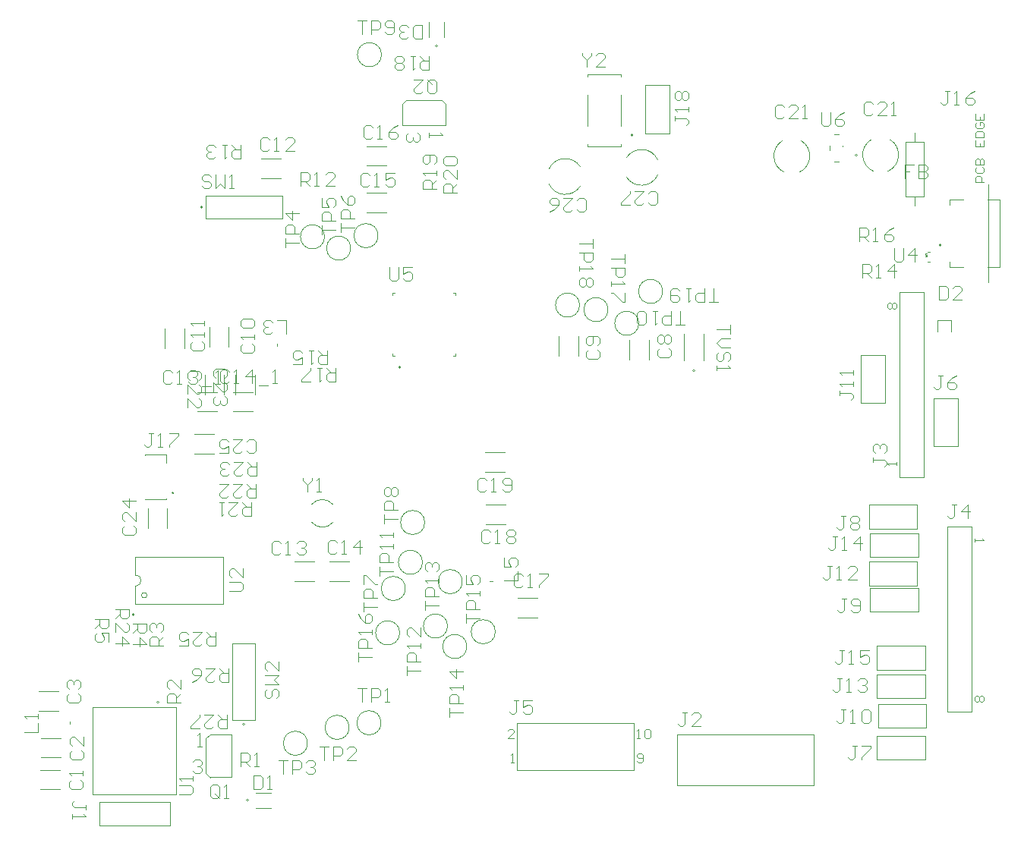
<source format=gto>
G04*
G04 #@! TF.GenerationSoftware,Altium Limited,Altium Designer,22.0.2 (36)*
G04*
G04 Layer_Color=65535*
%FSLAX25Y25*%
%MOIN*%
G70*
G04*
G04 #@! TF.SameCoordinates,5FA76A90-C183-4406-A071-8446DD7401C7*
G04*
G04*
G04 #@! TF.FilePolarity,Positive*
G04*
G01*
G75*
D10*
X717800Y471673D02*
X717133D01*
X717000Y471540D01*
Y471273D01*
X717133Y471140D01*
X717800D01*
X717000Y470474D02*
X717800D01*
X717400Y470873D01*
Y470340D01*
D12*
X744709Y458874D02*
Y502181D01*
D14*
X700975Y447504D02*
X700308Y448170D01*
Y449503D01*
X700975Y450170D01*
X701641D01*
X702308Y449503D01*
X702974Y450170D01*
X703641D01*
X704307Y449503D01*
Y448170D01*
X703641Y447504D01*
X702974D01*
X702308Y448170D01*
X701641Y447504D01*
X700975D01*
X702308Y448170D02*
Y449503D01*
X704307Y378528D02*
Y379860D01*
Y379194D01*
X700308D01*
X700975Y378528D01*
X742025Y277496D02*
X742692Y276830D01*
Y275497D01*
X742025Y274830D01*
X741359D01*
X740692Y275497D01*
X740026Y274830D01*
X739359D01*
X738693Y275497D01*
Y276830D01*
X739359Y277496D01*
X740026D01*
X740692Y276830D01*
X741359Y277496D01*
X742025D01*
X740692Y276830D02*
Y275497D01*
X738693Y346472D02*
Y345140D01*
Y345806D01*
X742692D01*
X742025Y346472D01*
X590311Y258543D02*
X591644D01*
X590977D01*
Y262542D01*
X590311Y261876D01*
X593643D02*
X594310Y262542D01*
X595643D01*
X596309Y261876D01*
Y259210D01*
X595643Y258543D01*
X594310D01*
X593643Y259210D01*
Y261876D01*
X590311Y248580D02*
X590977Y247913D01*
X592310D01*
X592977Y248580D01*
Y251246D01*
X592310Y251912D01*
X590977D01*
X590311Y251246D01*
Y250579D01*
X590977Y249913D01*
X592977D01*
X535114Y247913D02*
X536447D01*
X535781D01*
Y251912D01*
X535114Y251246D01*
X536599Y258543D02*
X533933D01*
X536599Y261209D01*
Y261876D01*
X535932Y262542D01*
X534599D01*
X533933Y261876D01*
D16*
X370209Y325500D02*
G03*
X370209Y330500I0J2500D01*
G01*
X456875Y361524D02*
G03*
X447645Y361460I-4588J-4024D01*
G01*
X447684Y353540D02*
G03*
X456914Y353476I4643J3960D01*
G01*
X599661Y512774D02*
G03*
X585860Y513732I-7161J-3274D01*
G01*
Y505268D02*
G03*
X599661Y506226I6640J4232D01*
G01*
X551839Y502226D02*
G03*
X565640Y501268I7161J3274D01*
G01*
Y509732D02*
G03*
X551839Y508774I-6640J-4232D01*
G01*
X700774Y507839D02*
G03*
X701732Y521640I-3274J7161D01*
G01*
X693268D02*
G03*
X694226Y507839I4232J-6640D01*
G01*
X661774Y507339D02*
G03*
X662732Y521140I-3274J7161D01*
G01*
X654268D02*
G03*
X655226Y507339I4232J-6640D01*
G01*
X397496Y402268D02*
X406157D01*
X397496Y410732D02*
X406157D01*
X412996D02*
X421658D01*
X412996Y402268D02*
X421658D01*
X408791Y317567D02*
Y338433D01*
X370209Y330500D02*
Y338433D01*
Y317567D02*
Y325500D01*
Y338433D02*
X408791D01*
X370209Y317567D02*
X408791D01*
X611071Y424594D02*
Y436406D01*
X619929Y424594D02*
Y436406D01*
X595732Y425169D02*
Y433831D01*
X587268Y425169D02*
Y433831D01*
X564732Y426669D02*
Y435331D01*
X556268Y426669D02*
Y435331D01*
X439996Y336232D02*
X448658D01*
X439996Y327768D02*
X448658D01*
X388177Y233933D02*
Y272516D01*
X351563D02*
X388177D01*
X351563Y233933D02*
Y272516D01*
Y233933D02*
X388177D01*
X327669Y279232D02*
X336331D01*
X327669Y270768D02*
X336331D01*
X328622Y244732D02*
X337283D01*
X328622Y236268D02*
X337283D01*
X328669Y258732D02*
X337331D01*
X328669Y250268D02*
X337331D01*
X385591Y220205D02*
Y230795D01*
X354410D02*
X385591D01*
X354410Y220205D02*
Y230795D01*
Y220205D02*
X385591D01*
X341331Y264909D02*
Y266090D01*
X525909Y327669D02*
X527091D01*
X483220Y426721D02*
X484106D01*
X509894D02*
X510779D01*
Y453394D02*
Y454280D01*
Y426721D02*
Y427606D01*
X483220Y454280D02*
X484106D01*
X509894D02*
X510779D01*
X483220Y453394D02*
Y454280D01*
Y426721D02*
Y427606D01*
X705705Y454591D02*
X716295D01*
X705705Y373410D02*
Y454591D01*
Y373410D02*
X716295D01*
Y454591D01*
X401276Y243244D02*
X403008Y241512D01*
X401276Y258756D02*
X403008Y260488D01*
Y260449D02*
X412378D01*
X403008Y241551D02*
X412378D01*
X401276Y243244D02*
Y258756D01*
X412378Y241551D02*
Y260449D01*
X412827Y266650D02*
Y300350D01*
X422827D01*
Y266650D02*
Y300350D01*
X412827Y266650D02*
X422827D01*
X695910Y259795D02*
X717091D01*
Y249205D02*
Y259795D01*
X695910Y249205D02*
X717091D01*
X695910D02*
Y259795D01*
X692410Y361295D02*
X713590D01*
Y350705D02*
Y361295D01*
X692410Y350705D02*
X713590D01*
X692410D02*
Y361295D01*
X692909Y324795D02*
X714090D01*
Y314205D02*
Y324795D01*
X692909Y314205D02*
X714090D01*
X692909D02*
Y324795D01*
X688705Y405909D02*
Y427091D01*
X699295D01*
Y405909D02*
Y427091D01*
X688705Y405909D02*
X699295D01*
X692410Y336295D02*
X713590D01*
Y325705D02*
Y336295D01*
X692410Y325705D02*
X713590D01*
X692410D02*
Y336295D01*
X696410Y273795D02*
X717591D01*
Y263205D02*
Y273795D01*
X696410Y263205D02*
X717591D01*
X696410D02*
Y273795D01*
X692909Y348795D02*
X714090D01*
Y338205D02*
Y348795D01*
X692909Y338205D02*
X714090D01*
X692909D02*
Y348795D01*
X695910Y299295D02*
X717091D01*
Y288705D02*
Y299295D01*
X695910Y288705D02*
X717091D01*
X695910D02*
Y299295D01*
Y286795D02*
X717091D01*
Y276205D02*
Y286795D01*
X695910Y276205D02*
X717091D01*
X695910D02*
Y286795D01*
X568657Y527807D02*
Y541193D01*
X583618Y527807D02*
Y541193D01*
X568657Y549461D02*
Y550248D01*
X583618D01*
Y549461D02*
Y550248D01*
X568657Y518752D02*
Y519539D01*
Y518752D02*
X583618D01*
Y519539D01*
X677016Y512016D02*
X678984D01*
X680756Y518551D02*
Y519122D01*
X677016Y523984D02*
X678984D01*
X675244Y516878D02*
Y519122D01*
X717992Y468008D02*
X719173D01*
X717992Y472339D02*
X719173D01*
X401150Y497000D02*
X434850D01*
Y487000D02*
Y497000D01*
X401150Y487000D02*
X434850D01*
X401150D02*
Y497000D01*
X487512Y537319D02*
X489244Y539051D01*
X504756D02*
X506488Y537319D01*
X506449Y527949D02*
Y537319D01*
X487551Y527949D02*
Y537319D01*
X489244Y539051D02*
X504756D01*
X487551Y527949D02*
X506449D01*
X604795Y524409D02*
Y545590D01*
X594205Y524409D02*
X604795D01*
X594205D02*
Y545590D01*
X604795D01*
X374339Y363653D02*
Y363732D01*
Y363653D02*
X383787D01*
Y364047D01*
Y379559D02*
Y383339D01*
X374339D02*
X383787D01*
X374339Y383063D02*
Y383339D01*
X727779Y465764D02*
Y467929D01*
Y465764D02*
X733685D01*
X744315D02*
X749827D01*
X744315Y495291D02*
X749827D01*
X727779D02*
X733685D01*
X727779Y493126D02*
Y495291D01*
X749827Y465764D02*
Y495291D01*
X708500Y520673D02*
X716500D01*
Y496673D02*
Y520673D01*
X708500Y496673D02*
X716500D01*
X708500D02*
Y520673D01*
X712500D02*
Y524673D01*
Y492673D02*
Y496673D01*
X505847Y566653D02*
Y573347D01*
X499154Y566653D02*
Y573347D01*
X396169Y392232D02*
X404831D01*
X396169Y383768D02*
X404831D01*
X375768Y351169D02*
Y359831D01*
X384232Y351169D02*
Y359831D01*
X414268Y409669D02*
Y418331D01*
X422732Y409669D02*
Y418331D01*
X400768Y409717D02*
Y418378D01*
X409232Y409717D02*
Y418378D01*
X523669Y375768D02*
X532331D01*
X523669Y384232D02*
X532331D01*
X524169Y352768D02*
X532831D01*
X524169Y361232D02*
X532831D01*
X538169Y320232D02*
X546831D01*
X538169Y311768D02*
X546831D01*
X471669Y510268D02*
X480331D01*
X471669Y518732D02*
X480331D01*
X471669Y489768D02*
X480331D01*
X471669Y498232D02*
X480331D01*
X455496Y327768D02*
X464157D01*
X455496Y336232D02*
X464157D01*
X425543Y513232D02*
X434205D01*
X425543Y504768D02*
X434205D01*
X391732Y430169D02*
Y438831D01*
X383268Y430169D02*
Y438831D01*
X411232Y430669D02*
Y439331D01*
X402768Y430669D02*
Y439331D01*
X432299Y430909D02*
Y432091D01*
X423153Y228153D02*
X429846D01*
X423153Y234846D02*
X429846D01*
X726705Y270409D02*
X737295D01*
Y351590D01*
X726705D02*
X737295D01*
X726705Y270409D02*
Y351590D01*
X608000Y238000D02*
X668000D01*
X608000D02*
Y260520D01*
X668000Y238000D02*
Y260520D01*
X608000D02*
X668000D01*
X537910Y244705D02*
Y265295D01*
Y244705D02*
X589090D01*
X537910Y265295D02*
X589090D01*
Y244705D02*
Y265295D01*
X722449Y442500D02*
X728551D01*
Y437500D02*
Y442500D01*
X722449Y437500D02*
Y442500D01*
X731295Y386910D02*
Y408090D01*
X720705Y386910D02*
X731295D01*
X720705D02*
Y408090D01*
X731295D01*
D18*
X386503Y419499D02*
X385503Y420499D01*
X383504D01*
X382504Y419499D01*
Y415500D01*
X383504Y414501D01*
X385503D01*
X386503Y415500D01*
X388502Y414501D02*
X390501D01*
X389502D01*
Y420499D01*
X388502Y419499D01*
X393500D02*
X394500Y420499D01*
X396499D01*
X397499Y419499D01*
Y418500D01*
X396499Y417500D01*
X395500D01*
X396499D01*
X397499Y416500D01*
Y415500D01*
X396499Y414501D01*
X394500D01*
X393500Y415500D01*
X399499Y413501D02*
X403497D01*
X405497Y414501D02*
X407496D01*
X406496D01*
Y420499D01*
X405497Y419499D01*
X411400Y419598D02*
X410401Y420598D01*
X408401D01*
X407402Y419598D01*
Y415599D01*
X408401Y414600D01*
X410401D01*
X411400Y415599D01*
X413400Y414600D02*
X415399D01*
X414399D01*
Y420598D01*
X413400Y419598D01*
X421397Y414600D02*
Y420598D01*
X418398Y417599D01*
X422397D01*
X424396Y413600D02*
X428395D01*
X430394Y414600D02*
X432394D01*
X431394D01*
Y420598D01*
X430394Y419598D01*
X566600Y559698D02*
Y558698D01*
X568599Y556699D01*
X570599Y558698D01*
Y559698D01*
X568599Y556699D02*
Y553700D01*
X576597D02*
X572598D01*
X576597Y557699D01*
Y558698D01*
X575597Y559698D01*
X573598D01*
X572598Y558698D01*
X443800Y372998D02*
Y371998D01*
X445799Y369999D01*
X447799Y371998D01*
Y372998D01*
X445799Y369999D02*
Y367000D01*
X449798D02*
X451797D01*
X450798D01*
Y372998D01*
X449798Y371998D01*
X671600Y533798D02*
Y528800D01*
X672600Y527800D01*
X674599D01*
X675599Y528800D01*
Y533798D01*
X681597D02*
X679597Y532798D01*
X677598Y530799D01*
Y528800D01*
X678598Y527800D01*
X680597D01*
X681597Y528800D01*
Y529799D01*
X680597Y530799D01*
X677598D01*
X481800Y465698D02*
Y460700D01*
X482800Y459700D01*
X484799D01*
X485799Y460700D01*
Y465698D01*
X491797D02*
X487798D01*
Y462699D01*
X489797Y463699D01*
X490797D01*
X491797Y462699D01*
Y460700D01*
X490797Y459700D01*
X488798D01*
X487798Y460700D01*
X703502Y474172D02*
Y469174D01*
X704501Y468174D01*
X706501D01*
X707500Y469174D01*
Y474172D01*
X712499Y468174D02*
Y474172D01*
X709500Y471173D01*
X713498D01*
X411501Y323502D02*
X416499D01*
X417499Y324501D01*
Y326501D01*
X416499Y327500D01*
X411501D01*
X417499Y333498D02*
Y329500D01*
X413500Y333498D01*
X412501D01*
X411501Y332499D01*
Y330499D01*
X412501Y329500D01*
X389501Y234001D02*
X394499D01*
X395499Y235001D01*
Y237000D01*
X394499Y238000D01*
X389501D01*
X395499Y239999D02*
Y241999D01*
Y240999D01*
X389501D01*
X390501Y239999D01*
X631499Y440497D02*
Y436498D01*
Y438497D01*
X625501D01*
X631499Y434499D02*
X627500D01*
X625501Y432499D01*
X627500Y430500D01*
X631499D01*
X630499Y424502D02*
X631499Y425502D01*
Y427501D01*
X630499Y428501D01*
X629500D01*
X628500Y427501D01*
Y425502D01*
X627500Y424502D01*
X626501D01*
X625501Y425502D01*
Y427501D01*
X626501Y428501D01*
X625501Y422503D02*
Y420503D01*
Y421503D01*
X631499D01*
X630499Y422503D01*
X625997Y450501D02*
X621998D01*
X623997D01*
Y456499D01*
X619999D02*
Y450501D01*
X616999D01*
X616000Y451501D01*
Y453500D01*
X616999Y454500D01*
X619999D01*
X614001Y456499D02*
X612001D01*
X613001D01*
Y450501D01*
X614001Y451501D01*
X609002Y455499D02*
X608002Y456499D01*
X606003D01*
X605003Y455499D01*
Y451501D01*
X606003Y450501D01*
X608002D01*
X609002Y451501D01*
Y452500D01*
X608002Y453500D01*
X605003D01*
X570999Y477997D02*
Y473998D01*
Y475997D01*
X565001D01*
Y471999D02*
X570999D01*
Y468999D01*
X569999Y468000D01*
X568000D01*
X567000Y468999D01*
Y471999D01*
X565001Y466001D02*
Y464001D01*
Y465001D01*
X570999D01*
X569999Y466001D01*
Y461002D02*
X570999Y460002D01*
Y458003D01*
X569999Y457003D01*
X569000D01*
X568000Y458003D01*
X567000Y457003D01*
X566001D01*
X565001Y458003D01*
Y460002D01*
X566001Y461002D01*
X567000D01*
X568000Y460002D01*
X569000Y461002D01*
X569999D01*
X568000Y460002D02*
Y458003D01*
X584999Y471497D02*
Y467498D01*
Y469497D01*
X579001D01*
Y465498D02*
X584999D01*
Y462500D01*
X583999Y461500D01*
X582000D01*
X581000Y462500D01*
Y465498D01*
X579001Y459501D02*
Y457501D01*
Y458501D01*
X584999D01*
X583999Y459501D01*
X584999Y454502D02*
Y450503D01*
X583999D01*
X580001Y454502D01*
X579001D01*
X468001Y292503D02*
Y296502D01*
Y294503D01*
X473999D01*
Y298501D02*
X468001D01*
Y301501D01*
X469001Y302500D01*
X471000D01*
X472000Y301501D01*
Y298501D01*
X473999Y304500D02*
Y306499D01*
Y305499D01*
X468001D01*
X469001Y304500D01*
X468001Y313497D02*
X469001Y311497D01*
X471000Y309498D01*
X472999D01*
X473999Y310498D01*
Y312497D01*
X472999Y313497D01*
X472000D01*
X471000Y312497D01*
Y309498D01*
X515501Y309503D02*
Y313502D01*
Y311503D01*
X521499D01*
Y315501D02*
X515501D01*
Y318500D01*
X516501Y319500D01*
X518500D01*
X519500Y318500D01*
Y315501D01*
X521499Y321499D02*
Y323499D01*
Y322499D01*
X515501D01*
X516501Y321499D01*
X515501Y330497D02*
Y326498D01*
X518500D01*
X517500Y328497D01*
Y329497D01*
X518500Y330497D01*
X520499D01*
X521499Y329497D01*
Y327498D01*
X520499Y326498D01*
X508001Y268003D02*
Y272002D01*
Y270003D01*
X513999D01*
Y274002D02*
X508001D01*
Y277000D01*
X509001Y278000D01*
X511000D01*
X512000Y277000D01*
Y274002D01*
X513999Y279999D02*
Y281999D01*
Y280999D01*
X508001D01*
X509001Y279999D01*
X513999Y287997D02*
X508001D01*
X511000Y284998D01*
Y288997D01*
X497410Y314950D02*
Y318949D01*
Y316950D01*
X503408D01*
Y320949D02*
X497410D01*
Y323948D01*
X498410Y324947D01*
X500410D01*
X501409Y323948D01*
Y320949D01*
X503408Y326946D02*
Y328946D01*
Y327946D01*
X497410D01*
X498410Y326946D01*
Y331945D02*
X497410Y332945D01*
Y334944D01*
X498410Y335944D01*
X499410D01*
X500410Y334944D01*
Y333944D01*
Y334944D01*
X501409Y335944D01*
X502409D01*
X503408Y334944D01*
Y332945D01*
X502409Y331945D01*
X489501Y286503D02*
Y290502D01*
Y288503D01*
X495499D01*
Y292501D02*
X489501D01*
Y295500D01*
X490501Y296500D01*
X492500D01*
X493500Y295500D01*
Y292501D01*
X495499Y298499D02*
Y300499D01*
Y299499D01*
X489501D01*
X490501Y298499D01*
X495499Y307497D02*
Y303498D01*
X491500Y307497D01*
X490501D01*
X489501Y306497D01*
Y304498D01*
X490501Y303498D01*
X477501Y330003D02*
Y334002D01*
Y332002D01*
X483499D01*
Y336001D02*
X477501D01*
Y339000D01*
X478501Y340000D01*
X480500D01*
X481500Y339000D01*
Y336001D01*
X483499Y341999D02*
Y343999D01*
Y342999D01*
X477501D01*
X478501Y341999D01*
X483499Y346998D02*
Y348997D01*
Y347997D01*
X477501D01*
X478501Y346998D01*
X611497Y440501D02*
X607498D01*
X609497D01*
Y446499D01*
X605499D02*
Y440501D01*
X602499D01*
X601500Y441501D01*
Y443500D01*
X602499Y444500D01*
X605499D01*
X599501Y446499D02*
X597501D01*
X598501D01*
Y440501D01*
X599501Y441501D01*
X594502D02*
X593502Y440501D01*
X591503D01*
X590503Y441501D01*
Y445499D01*
X591503Y446499D01*
X593502D01*
X594502Y445499D01*
Y441501D01*
X467900Y574098D02*
X471899D01*
X469899D01*
Y568100D01*
X473898D02*
Y574098D01*
X476897D01*
X477897Y573098D01*
Y571099D01*
X476897Y570099D01*
X473898D01*
X479896Y569100D02*
X480896Y568100D01*
X482895D01*
X483895Y569100D01*
Y573098D01*
X482895Y574098D01*
X480896D01*
X479896Y573098D01*
Y572099D01*
X480896Y571099D01*
X483895D01*
X479501Y353003D02*
Y357001D01*
Y355002D01*
X485499D01*
Y359001D02*
X479501D01*
Y362000D01*
X480501Y362999D01*
X482500D01*
X483500Y362000D01*
Y359001D01*
X480501Y364999D02*
X479501Y365998D01*
Y367998D01*
X480501Y368997D01*
X481500D01*
X482500Y367998D01*
X483500Y368997D01*
X484499D01*
X485499Y367998D01*
Y365998D01*
X484499Y364999D01*
X483500D01*
X482500Y365998D01*
X481500Y364999D01*
X480501D01*
X482500Y365998D02*
Y367998D01*
X470501Y314503D02*
Y318501D01*
Y316502D01*
X476499D01*
Y320501D02*
X470501D01*
Y323500D01*
X471501Y324499D01*
X473500D01*
X474500Y323500D01*
Y320501D01*
X470501Y326499D02*
Y330497D01*
X471501D01*
X475499Y326499D01*
X476499D01*
X460501Y481003D02*
Y485001D01*
Y483002D01*
X466499D01*
Y487001D02*
X460501D01*
Y490000D01*
X461501Y490999D01*
X463500D01*
X464500Y490000D01*
Y487001D01*
X460501Y496997D02*
X461501Y494998D01*
X463500Y492999D01*
X465499D01*
X466499Y493998D01*
Y495998D01*
X465499Y496997D01*
X464500D01*
X463500Y495998D01*
Y492999D01*
X452001Y480003D02*
Y484001D01*
Y482002D01*
X457999D01*
Y486001D02*
X452001D01*
Y489000D01*
X453001Y489999D01*
X455000D01*
X456000Y489000D01*
Y486001D01*
X452001Y495997D02*
Y491999D01*
X455000D01*
X454000Y493998D01*
Y494998D01*
X455000Y495997D01*
X456999D01*
X457999Y494998D01*
Y492998D01*
X456999Y491999D01*
X436001Y474503D02*
Y478501D01*
Y476502D01*
X441999D01*
Y480501D02*
X436001D01*
Y483500D01*
X437001Y484499D01*
X439000D01*
X440000Y483500D01*
Y480501D01*
X441999Y489498D02*
X436001D01*
X439000Y486499D01*
Y490497D01*
X433176Y248999D02*
X437175D01*
X435175D01*
Y243001D01*
X439174D02*
Y248999D01*
X442173D01*
X443173Y247999D01*
Y246000D01*
X442173Y245000D01*
X439174D01*
X445172Y247999D02*
X446172Y248999D01*
X448171D01*
X449171Y247999D01*
Y247000D01*
X448171Y246000D01*
X447171D01*
X448171D01*
X449171Y245000D01*
Y244001D01*
X448171Y243001D01*
X446172D01*
X445172Y244001D01*
X451003Y254999D02*
X455001D01*
X453002D01*
Y249001D01*
X457001D02*
Y254999D01*
X460000D01*
X460999Y253999D01*
Y252000D01*
X460000Y251000D01*
X457001D01*
X466997Y249001D02*
X462999D01*
X466997Y253000D01*
Y253999D01*
X465998Y254999D01*
X463998D01*
X462999Y253999D01*
X467700Y280598D02*
X471699D01*
X469699D01*
Y274600D01*
X473698D02*
Y280598D01*
X476697D01*
X477697Y279598D01*
Y277599D01*
X476697Y276599D01*
X473698D01*
X479696Y274600D02*
X481696D01*
X480696D01*
Y280598D01*
X479696Y279598D01*
X428001Y280501D02*
X427001Y279502D01*
Y277502D01*
X428001Y276503D01*
X429000D01*
X430000Y277502D01*
Y279502D01*
X431000Y280501D01*
X431999D01*
X432999Y279502D01*
Y277502D01*
X431999Y276503D01*
X427001Y282501D02*
X432999D01*
X431000Y284500D01*
X432999Y286499D01*
X427001D01*
X432999Y292497D02*
Y288499D01*
X429000Y292497D01*
X428001D01*
X427001Y291498D01*
Y289498D01*
X428001Y288499D01*
X403299Y505398D02*
X402299Y506398D01*
X400300D01*
X399300Y505398D01*
Y504399D01*
X400300Y503399D01*
X402299D01*
X403299Y502399D01*
Y501400D01*
X402299Y500400D01*
X400300D01*
X399300Y501400D01*
X405298Y506398D02*
Y500400D01*
X407297Y502399D01*
X409297Y500400D01*
Y506398D01*
X411296Y500400D02*
X413296D01*
X412296D01*
Y506398D01*
X411296Y505398D01*
X410497Y268999D02*
Y263001D01*
X407498D01*
X406499Y264001D01*
Y266000D01*
X407498Y267000D01*
X410497D01*
X408498D02*
X406499Y268999D01*
X400501D02*
X404499D01*
X400501Y265000D01*
Y264001D01*
X401500Y263001D01*
X403500D01*
X404499Y264001D01*
X398501Y263001D02*
X394503D01*
Y264001D01*
X398501Y267999D01*
Y268999D01*
X410997Y289499D02*
Y283501D01*
X407998D01*
X406999Y284501D01*
Y286500D01*
X407998Y287500D01*
X410997D01*
X408998D02*
X406999Y289499D01*
X401001D02*
X404999D01*
X401001Y285500D01*
Y284501D01*
X402000Y283501D01*
X404000D01*
X404999Y284501D01*
X395003Y283501D02*
X397002Y284501D01*
X399001Y286500D01*
Y288499D01*
X398002Y289499D01*
X396002D01*
X395003Y288499D01*
Y287500D01*
X396002Y286500D01*
X399001D01*
X405497Y305499D02*
Y299501D01*
X402498D01*
X401499Y300501D01*
Y302500D01*
X402498Y303500D01*
X405497D01*
X403498D02*
X401499Y305499D01*
X395501D02*
X399499D01*
X395501Y301500D01*
Y300501D01*
X396500Y299501D01*
X398500D01*
X399499Y300501D01*
X389503Y299501D02*
X393501D01*
Y302500D01*
X391502Y301500D01*
X390502D01*
X389503Y302500D01*
Y304499D01*
X390502Y305499D01*
X392502D01*
X393501Y304499D01*
X361501Y315497D02*
X367499D01*
Y312498D01*
X366499Y311499D01*
X364500D01*
X363500Y312498D01*
Y315497D01*
Y313498D02*
X361501Y311499D01*
Y305501D02*
Y309499D01*
X365500Y305501D01*
X366499D01*
X367499Y306500D01*
Y308500D01*
X366499Y309499D01*
X361501Y300502D02*
X367499D01*
X364500Y303501D01*
Y299503D01*
X423497Y379999D02*
Y374001D01*
X420498D01*
X419499Y375001D01*
Y377000D01*
X420498Y378000D01*
X423497D01*
X421498D02*
X419499Y379999D01*
X413501D02*
X417499D01*
X413501Y376000D01*
Y375001D01*
X414500Y374001D01*
X416500D01*
X417499Y375001D01*
X411501D02*
X410502Y374001D01*
X408502D01*
X407503Y375001D01*
Y376000D01*
X408502Y377000D01*
X409502D01*
X408502D01*
X407503Y378000D01*
Y378999D01*
X408502Y379999D01*
X410502D01*
X411501Y378999D01*
X422997Y370499D02*
Y364501D01*
X419998D01*
X418999Y365501D01*
Y367500D01*
X419998Y368500D01*
X422997D01*
X420998D02*
X418999Y370499D01*
X413001D02*
X416999D01*
X413001Y366500D01*
Y365501D01*
X414000Y364501D01*
X416000D01*
X416999Y365501D01*
X407003Y370499D02*
X411001D01*
X407003Y366500D01*
Y365501D01*
X408002Y364501D01*
X410002D01*
X411001Y365501D01*
X420998Y362326D02*
Y356328D01*
X417999D01*
X416999Y357327D01*
Y359327D01*
X417999Y360327D01*
X420998D01*
X418998D02*
X416999Y362326D01*
X411001D02*
X415000D01*
X411001Y358327D01*
Y357327D01*
X412001Y356328D01*
X414000D01*
X415000Y357327D01*
X409002Y362326D02*
X407002D01*
X408002D01*
Y356328D01*
X409002Y357327D01*
X511499Y498503D02*
X505501D01*
Y501502D01*
X506501Y502501D01*
X508500D01*
X509500Y501502D01*
Y498503D01*
Y500502D02*
X511499Y502501D01*
Y508499D02*
Y504501D01*
X507500Y508499D01*
X506501D01*
X505501Y507500D01*
Y505500D01*
X506501Y504501D01*
Y510499D02*
X505501Y511498D01*
Y513498D01*
X506501Y514497D01*
X510499D01*
X511499Y513498D01*
Y511498D01*
X510499Y510499D01*
X506501D01*
X502499Y500002D02*
X496501D01*
Y503001D01*
X497501Y504001D01*
X499500D01*
X500500Y503001D01*
Y500002D01*
Y502002D02*
X502499Y504001D01*
Y506001D02*
Y508000D01*
Y507000D01*
X496501D01*
X497501Y506001D01*
X501499Y510999D02*
X502499Y511999D01*
Y513998D01*
X501499Y514998D01*
X497501D01*
X496501Y513998D01*
Y511999D01*
X497501Y510999D01*
X498500D01*
X499500Y511999D01*
Y514998D01*
X498998Y558499D02*
Y552501D01*
X495998D01*
X494999Y553501D01*
Y555500D01*
X495998Y556500D01*
X498998D01*
X496998D02*
X494999Y558499D01*
X493000D02*
X491000D01*
X492000D01*
Y552501D01*
X493000Y553501D01*
X488001D02*
X487002Y552501D01*
X485002D01*
X484002Y553501D01*
Y554500D01*
X485002Y555500D01*
X484002Y556500D01*
Y557499D01*
X485002Y558499D01*
X487002D01*
X488001Y557499D01*
Y556500D01*
X487002Y555500D01*
X488001Y554500D01*
Y553501D01*
X487002Y555500D02*
X485002D01*
X457998Y421499D02*
Y415501D01*
X454998D01*
X453999Y416501D01*
Y418500D01*
X454998Y419500D01*
X457998D01*
X455998D02*
X453999Y421499D01*
X452000D02*
X450000D01*
X451000D01*
Y415501D01*
X452000Y416501D01*
X447001Y415501D02*
X443002D01*
Y416501D01*
X447001Y420499D01*
Y421499D01*
X688002Y477174D02*
Y483172D01*
X691002D01*
X692001Y482173D01*
Y480173D01*
X691002Y479174D01*
X688002D01*
X690002D02*
X692001Y477174D01*
X694000D02*
X696000D01*
X695000D01*
Y483172D01*
X694000Y482173D01*
X702998Y483172D02*
X700998Y482173D01*
X698999Y480173D01*
Y478174D01*
X699999Y477174D01*
X701998D01*
X702998Y478174D01*
Y479174D01*
X701998Y480173D01*
X698999D01*
X454498Y428999D02*
Y423001D01*
X451499D01*
X450499Y424001D01*
Y426000D01*
X451499Y427000D01*
X454498D01*
X452498D02*
X450499Y428999D01*
X448499D02*
X446500D01*
X447500D01*
Y423001D01*
X448499Y424001D01*
X439502Y423001D02*
X443501D01*
Y426000D01*
X441502Y425000D01*
X440502D01*
X439502Y426000D01*
Y427999D01*
X440502Y428999D01*
X442501D01*
X443501Y427999D01*
X689502Y461174D02*
Y467172D01*
X692501D01*
X693501Y466173D01*
Y464173D01*
X692501Y463173D01*
X689502D01*
X691502D02*
X693501Y461174D01*
X695501D02*
X697500D01*
X696500D01*
Y467172D01*
X695501Y466173D01*
X703498Y461174D02*
Y467172D01*
X700499Y464173D01*
X704498D01*
X416498Y519499D02*
Y513501D01*
X413498D01*
X412499Y514501D01*
Y516500D01*
X413498Y517500D01*
X416498D01*
X414498D02*
X412499Y519499D01*
X410499D02*
X408500D01*
X409500D01*
Y513501D01*
X410499Y514501D01*
X405501D02*
X404501Y513501D01*
X402502D01*
X401502Y514501D01*
Y515500D01*
X402502Y516500D01*
X403502D01*
X402502D01*
X401502Y517500D01*
Y518499D01*
X402502Y519499D01*
X404501D01*
X405501Y518499D01*
X442700Y501400D02*
Y507398D01*
X445699D01*
X446699Y506398D01*
Y504399D01*
X445699Y503399D01*
X442700D01*
X444699D02*
X446699Y501400D01*
X448698D02*
X450697D01*
X449698D01*
Y507398D01*
X448698Y506398D01*
X457695Y501400D02*
X453696D01*
X457695Y505399D01*
Y506398D01*
X456696Y507398D01*
X454696D01*
X453696Y506398D01*
X352501Y310998D02*
X358499D01*
Y307999D01*
X357499Y307000D01*
X355500D01*
X354500Y307999D01*
Y310998D01*
Y308999D02*
X352501Y307000D01*
X358499Y301002D02*
Y305000D01*
X355500D01*
X356500Y303001D01*
Y302001D01*
X355500Y301002D01*
X353501D01*
X352501Y302001D01*
Y304001D01*
X353501Y305000D01*
X369001Y308998D02*
X374999D01*
Y305999D01*
X373999Y305000D01*
X372000D01*
X371000Y305999D01*
Y308998D01*
Y306999D02*
X369001Y305000D01*
Y300001D02*
X374999D01*
X372000Y303000D01*
Y299002D01*
X382499Y299502D02*
X376501D01*
Y302501D01*
X377501Y303500D01*
X379500D01*
X380500Y302501D01*
Y299502D01*
Y301501D02*
X382499Y303500D01*
X377501Y305500D02*
X376501Y306499D01*
Y308499D01*
X377501Y309498D01*
X378500D01*
X379500Y308499D01*
Y307499D01*
Y308499D01*
X380500Y309498D01*
X381499D01*
X382499Y308499D01*
Y306499D01*
X381499Y305500D01*
X389999Y274502D02*
X384001D01*
Y277501D01*
X385001Y278500D01*
X387000D01*
X388000Y277501D01*
Y274502D01*
Y276501D02*
X389999Y278500D01*
Y284498D02*
Y280500D01*
X386000Y284498D01*
X385001D01*
X384001Y283499D01*
Y281499D01*
X385001Y280500D01*
X416501Y246501D02*
Y252499D01*
X419500D01*
X420500Y251499D01*
Y249500D01*
X419500Y248500D01*
X416501D01*
X418501D02*
X420500Y246501D01*
X422499D02*
X424499D01*
X423499D01*
Y252499D01*
X422499Y251499D01*
X498500Y546999D02*
Y543001D01*
X499499Y542001D01*
X501499D01*
X502498Y543001D01*
Y546999D01*
X501499Y547999D01*
X499499D01*
X500499Y546000D02*
X498500Y547999D01*
X499499D02*
X498500Y546999D01*
X492502Y547999D02*
X496500D01*
X492502Y544000D01*
Y543001D01*
X493501Y542001D01*
X495501D01*
X496500Y543001D01*
X407000Y233501D02*
Y237499D01*
X406000Y238499D01*
X404001D01*
X403001Y237499D01*
Y233501D01*
X404001Y232501D01*
X406000D01*
X405001Y234500D02*
X407000Y232501D01*
X406000D02*
X407000Y233501D01*
X408999Y232501D02*
X410999D01*
X409999D01*
Y238499D01*
X408999Y237499D01*
X532001Y328002D02*
X537999D01*
Y332000D01*
X532001Y337998D02*
Y334000D01*
X535000D01*
X534000Y335999D01*
Y336999D01*
X535000Y337998D01*
X536999D01*
X537999Y336999D01*
Y334999D01*
X536999Y334000D01*
X321501Y261501D02*
X327499D01*
Y265500D01*
Y267499D02*
Y269499D01*
Y268499D01*
X321501D01*
X322501Y267499D01*
X607001Y532001D02*
Y530002D01*
Y531002D01*
X611999D01*
X612999Y530002D01*
Y529002D01*
X611999Y528002D01*
X612999Y534000D02*
Y536000D01*
Y535000D01*
X607001D01*
X608001Y534000D01*
Y538999D02*
X607001Y539998D01*
Y541998D01*
X608001Y542998D01*
X609000D01*
X610000Y541998D01*
X611000Y542998D01*
X611999D01*
X612999Y541998D01*
Y539998D01*
X611999Y538999D01*
X611000D01*
X610000Y539998D01*
X609000Y538999D01*
X608001D01*
X610000Y539998D02*
Y541998D01*
X378099Y392698D02*
X376099D01*
X377099D01*
Y387700D01*
X376099Y386700D01*
X375100D01*
X374100Y387700D01*
X380098Y386700D02*
X382097D01*
X381098D01*
Y392698D01*
X380098Y391698D01*
X385096Y392698D02*
X389095D01*
Y391698D01*
X385096Y387700D01*
Y386700D01*
X727699Y543098D02*
X725699D01*
X726699D01*
Y538100D01*
X725699Y537100D01*
X724700D01*
X723700Y538100D01*
X729698Y537100D02*
X731697D01*
X730698D01*
Y543098D01*
X729698Y542098D01*
X738695Y543098D02*
X736696Y542098D01*
X734696Y540099D01*
Y538100D01*
X735696Y537100D01*
X737696D01*
X738695Y538100D01*
Y539099D01*
X737696Y540099D01*
X734696D01*
X681501Y297499D02*
X679502D01*
X680502D01*
Y292501D01*
X679502Y291501D01*
X678502D01*
X677502Y292501D01*
X683500Y291501D02*
X685500D01*
X684500D01*
Y297499D01*
X683500Y296499D01*
X692498Y297499D02*
X688499D01*
Y294500D01*
X690498Y295500D01*
X691498D01*
X692498Y294500D01*
Y292501D01*
X691498Y291501D01*
X689499D01*
X688499Y292501D01*
X678501Y347499D02*
X676502D01*
X677501D01*
Y342501D01*
X676502Y341501D01*
X675502D01*
X674502Y342501D01*
X680501Y341501D02*
X682500D01*
X681500D01*
Y347499D01*
X680501Y346499D01*
X688498Y341501D02*
Y347499D01*
X685499Y344500D01*
X689498D01*
X680501Y284999D02*
X678502D01*
X679501D01*
Y280001D01*
X678502Y279001D01*
X677502D01*
X676502Y280001D01*
X682501Y279001D02*
X684500D01*
X683500D01*
Y284999D01*
X682501Y283999D01*
X687499D02*
X688498Y284999D01*
X690498D01*
X691498Y283999D01*
Y283000D01*
X690498Y282000D01*
X689498D01*
X690498D01*
X691498Y281000D01*
Y280001D01*
X690498Y279001D01*
X688498D01*
X687499Y280001D01*
X676001Y334499D02*
X674002D01*
X675001D01*
Y329501D01*
X674002Y328501D01*
X673002D01*
X672002Y329501D01*
X678000Y328501D02*
X680000D01*
X679000D01*
Y334499D01*
X678000Y333499D01*
X686998Y328501D02*
X682999D01*
X686998Y332500D01*
Y333499D01*
X685998Y334499D01*
X683998D01*
X682999Y333499D01*
X679501Y411501D02*
Y409502D01*
Y410501D01*
X684499D01*
X685499Y409502D01*
Y408502D01*
X684499Y407502D01*
X685499Y413500D02*
Y415499D01*
Y414500D01*
X679501D01*
X680501Y413500D01*
X685499Y418499D02*
Y420498D01*
Y419498D01*
X679501D01*
X680501Y418499D01*
X682001Y271499D02*
X680002D01*
X681002D01*
Y266501D01*
X680002Y265501D01*
X679002D01*
X678002Y266501D01*
X684000Y265501D02*
X686000D01*
X685000D01*
Y271499D01*
X684000Y270499D01*
X688999D02*
X689998Y271499D01*
X691998D01*
X692998Y270499D01*
Y266501D01*
X691998Y265501D01*
X689998D01*
X688999Y266501D01*
Y270499D01*
X682500Y319999D02*
X680501D01*
X681501D01*
Y315001D01*
X680501Y314001D01*
X679501D01*
X678502Y315001D01*
X684500D02*
X685499Y314001D01*
X687499D01*
X688498Y315001D01*
Y318999D01*
X687499Y319999D01*
X685499D01*
X684500Y318999D01*
Y318000D01*
X685499Y317000D01*
X688498D01*
X682000Y356499D02*
X680001D01*
X681001D01*
Y351501D01*
X680001Y350501D01*
X679001D01*
X678002Y351501D01*
X684000Y355499D02*
X684999Y356499D01*
X686999D01*
X687998Y355499D01*
Y354500D01*
X686999Y353500D01*
X687998Y352500D01*
Y351501D01*
X686999Y350501D01*
X684999D01*
X684000Y351501D01*
Y352500D01*
X684999Y353500D01*
X684000Y354500D01*
Y355499D01*
X684999Y353500D02*
X686999D01*
X687000Y255499D02*
X685001D01*
X686001D01*
Y250501D01*
X685001Y249501D01*
X684001D01*
X683002Y250501D01*
X689000Y255499D02*
X692998D01*
Y254499D01*
X689000Y250501D01*
Y249501D01*
X724799Y417998D02*
X722799D01*
X723799D01*
Y413000D01*
X722799Y412000D01*
X721800D01*
X720800Y413000D01*
X730797Y417998D02*
X728797Y416998D01*
X726798Y414999D01*
Y413000D01*
X727798Y412000D01*
X729797D01*
X730797Y413000D01*
Y413999D01*
X729797Y414999D01*
X726798D01*
X538299Y275198D02*
X536299D01*
X537299D01*
Y270200D01*
X536299Y269200D01*
X535300D01*
X534300Y270200D01*
X544297Y275198D02*
X540298D01*
Y272199D01*
X542297Y273199D01*
X543297D01*
X544297Y272199D01*
Y270200D01*
X543297Y269200D01*
X541298D01*
X540298Y270200D01*
X730799Y361498D02*
X728799D01*
X729799D01*
Y356500D01*
X728799Y355500D01*
X727800D01*
X726800Y356500D01*
X735797Y355500D02*
Y361498D01*
X732798Y358499D01*
X736797D01*
X694001Y382000D02*
Y380001D01*
Y381001D01*
X698999D01*
X699999Y380001D01*
Y379001D01*
X698999Y378002D01*
X695001Y384000D02*
X694001Y384999D01*
Y386999D01*
X695001Y387998D01*
X696000D01*
X697000Y386999D01*
Y385999D01*
Y386999D01*
X698000Y387998D01*
X698999D01*
X699999Y386999D01*
Y384999D01*
X698999Y384000D01*
X612499Y269998D02*
X610499D01*
X611499D01*
Y265000D01*
X610499Y264000D01*
X609500D01*
X608500Y265000D01*
X618497Y264000D02*
X614498D01*
X618497Y267999D01*
Y268998D01*
X617497Y269998D01*
X615498D01*
X614498Y268998D01*
X348499Y227500D02*
Y229499D01*
Y228500D01*
X343501D01*
X342501Y229499D01*
Y230499D01*
X343501Y231499D01*
X342501Y225501D02*
Y223501D01*
Y224501D01*
X348499D01*
X347499Y225501D01*
X712000Y510672D02*
X708002D01*
Y507673D01*
X710001D01*
X708002D01*
Y504674D01*
X714000Y510672D02*
Y504674D01*
X716999D01*
X717998Y505674D01*
Y506673D01*
X716999Y507673D01*
X714000D01*
X716999D01*
X717998Y508673D01*
Y509673D01*
X716999Y510672D01*
X714000D01*
X495998Y566001D02*
Y571999D01*
X492999D01*
X492000Y570999D01*
Y567001D01*
X492999Y566001D01*
X495998D01*
X490000Y567001D02*
X489001Y566001D01*
X487001D01*
X486002Y567001D01*
Y568000D01*
X487001Y569000D01*
X488001D01*
X487001D01*
X486002Y570000D01*
Y570999D01*
X487001Y571999D01*
X489001D01*
X490000Y570999D01*
X723000Y457498D02*
Y451500D01*
X725999D01*
X726999Y452500D01*
Y456498D01*
X725999Y457498D01*
X723000D01*
X732997Y451500D02*
X728998D01*
X732997Y455499D01*
Y456498D01*
X731997Y457498D01*
X729998D01*
X728998Y456498D01*
X422127Y242499D02*
Y236501D01*
X425126D01*
X426126Y237501D01*
Y241499D01*
X425126Y242499D01*
X422127D01*
X428125Y236501D02*
X430125D01*
X429125D01*
Y242499D01*
X428125Y241499D01*
X595499Y494001D02*
X596498Y493001D01*
X598498D01*
X599497Y494001D01*
Y497999D01*
X598498Y498999D01*
X596498D01*
X595499Y497999D01*
X589501Y498999D02*
X593499D01*
X589501Y495000D01*
Y494001D01*
X590500Y493001D01*
X592500D01*
X593499Y494001D01*
X587501Y493001D02*
X583503D01*
Y494001D01*
X587501Y497999D01*
Y498999D01*
X563999Y491001D02*
X564998Y490001D01*
X566998D01*
X567997Y491001D01*
Y494999D01*
X566998Y495999D01*
X564998D01*
X563999Y494999D01*
X558001Y495999D02*
X561999D01*
X558001Y492000D01*
Y491001D01*
X559000Y490001D01*
X561000D01*
X561999Y491001D01*
X552003Y490001D02*
X554002Y491001D01*
X556001Y493000D01*
Y494999D01*
X555002Y495999D01*
X553002D01*
X552003Y494999D01*
Y494000D01*
X553002Y493000D01*
X556001D01*
X418999Y385001D02*
X419998Y384001D01*
X421998D01*
X422997Y385001D01*
Y388999D01*
X421998Y389999D01*
X419998D01*
X418999Y388999D01*
X413001Y389999D02*
X416999D01*
X413001Y386000D01*
Y385001D01*
X414000Y384001D01*
X416000D01*
X416999Y385001D01*
X407003Y384001D02*
X411001D01*
Y387000D01*
X409002Y386000D01*
X408002D01*
X407003Y387000D01*
Y388999D01*
X408002Y389999D01*
X410002D01*
X411001Y388999D01*
X365501Y352001D02*
X364501Y351002D01*
Y349002D01*
X365501Y348003D01*
X369499D01*
X370499Y349002D01*
Y351002D01*
X369499Y352001D01*
X370499Y357999D02*
Y354001D01*
X366500Y357999D01*
X365501D01*
X364501Y357000D01*
Y355000D01*
X365501Y354001D01*
X370499Y362998D02*
X364501D01*
X367500Y359999D01*
Y363997D01*
X409499Y417046D02*
X410499Y418046D01*
Y420045D01*
X409499Y421045D01*
X405501D01*
X404501Y420045D01*
Y418046D01*
X405501Y417046D01*
X404501Y411048D02*
Y415047D01*
X408500Y411048D01*
X409499D01*
X410499Y412048D01*
Y414047D01*
X409499Y415047D01*
Y409049D02*
X410499Y408049D01*
Y406049D01*
X409499Y405050D01*
X408500D01*
X407500Y406049D01*
Y407049D01*
Y406049D01*
X406500Y405050D01*
X405501D01*
X404501Y406049D01*
Y408049D01*
X405501Y409049D01*
X397999Y416046D02*
X398999Y417046D01*
Y419045D01*
X397999Y420045D01*
X394001D01*
X393001Y419045D01*
Y417046D01*
X394001Y416046D01*
X393001Y410048D02*
Y414047D01*
X397000Y410048D01*
X397999D01*
X398999Y411048D01*
Y413047D01*
X397999Y414047D01*
X393001Y404050D02*
Y408048D01*
X397000Y404050D01*
X397999D01*
X398999Y405050D01*
Y407049D01*
X397999Y408048D01*
X694199Y537398D02*
X693199Y538398D01*
X691200D01*
X690200Y537398D01*
Y533400D01*
X691200Y532400D01*
X693199D01*
X694199Y533400D01*
X700197Y532400D02*
X696198D01*
X700197Y536399D01*
Y537398D01*
X699197Y538398D01*
X697198D01*
X696198Y537398D01*
X702196Y532400D02*
X704195D01*
X703196D01*
Y538398D01*
X702196Y537398D01*
X655199Y535898D02*
X654199Y536898D01*
X652200D01*
X651200Y535898D01*
Y531900D01*
X652200Y530900D01*
X654199D01*
X655199Y531900D01*
X661197Y530900D02*
X657198D01*
X661197Y534899D01*
Y535898D01*
X660197Y536898D01*
X658198D01*
X657198Y535898D01*
X663196Y530900D02*
X665196D01*
X664196D01*
Y536898D01*
X663196Y535898D01*
X524454Y371999D02*
X523454Y372999D01*
X521455D01*
X520455Y371999D01*
Y368001D01*
X521455Y367001D01*
X523454D01*
X524454Y368001D01*
X526453Y367001D02*
X528453D01*
X527453D01*
Y372999D01*
X526453Y371999D01*
X531452Y368001D02*
X532451Y367001D01*
X534451D01*
X535450Y368001D01*
Y371999D01*
X534451Y372999D01*
X532451D01*
X531452Y371999D01*
Y371000D01*
X532451Y370000D01*
X535450D01*
X526001Y349499D02*
X525001Y350499D01*
X523002D01*
X522002Y349499D01*
Y345501D01*
X523002Y344501D01*
X525001D01*
X526001Y345501D01*
X528000Y344501D02*
X530000D01*
X529000D01*
Y350499D01*
X528000Y349499D01*
X532999D02*
X533998Y350499D01*
X535998D01*
X536998Y349499D01*
Y348500D01*
X535998Y347500D01*
X536998Y346500D01*
Y345501D01*
X535998Y344501D01*
X533998D01*
X532999Y345501D01*
Y346500D01*
X533998Y347500D01*
X532999Y348500D01*
Y349499D01*
X533998Y347500D02*
X535998D01*
X540501Y329999D02*
X539501Y330999D01*
X537502D01*
X536502Y329999D01*
Y326001D01*
X537502Y325001D01*
X539501D01*
X540501Y326001D01*
X542500Y325001D02*
X544500D01*
X543500D01*
Y330999D01*
X542500Y329999D01*
X547499Y330999D02*
X551498D01*
Y329999D01*
X547499Y326001D01*
Y325001D01*
X474501Y526999D02*
X473501Y527999D01*
X471502D01*
X470502Y526999D01*
Y523001D01*
X471502Y522001D01*
X473501D01*
X474501Y523001D01*
X476501Y522001D02*
X478500D01*
X477500D01*
Y527999D01*
X476501Y526999D01*
X485498Y527999D02*
X483498Y526999D01*
X481499Y525000D01*
Y523001D01*
X482499Y522001D01*
X484498D01*
X485498Y523001D01*
Y524000D01*
X484498Y525000D01*
X481499D01*
X473001Y505999D02*
X472002Y506999D01*
X470002D01*
X469002Y505999D01*
Y502001D01*
X470002Y501001D01*
X472002D01*
X473001Y502001D01*
X475000Y501001D02*
X477000D01*
X476000D01*
Y506999D01*
X475000Y505999D01*
X483998Y506999D02*
X479999D01*
Y504000D01*
X481998Y505000D01*
X482998D01*
X483998Y504000D01*
Y502001D01*
X482998Y501001D01*
X480999D01*
X479999Y502001D01*
X458899Y344598D02*
X457899Y345598D01*
X455900D01*
X454900Y344598D01*
Y340600D01*
X455900Y339600D01*
X457899D01*
X458899Y340600D01*
X460898Y339600D02*
X462897D01*
X461898D01*
Y345598D01*
X460898Y344598D01*
X468895Y339600D02*
Y345598D01*
X465896Y342599D01*
X469895D01*
X434001Y344499D02*
X433002Y345499D01*
X431002D01*
X430002Y344499D01*
Y340501D01*
X431002Y339501D01*
X433002D01*
X434001Y340501D01*
X436000Y339501D02*
X438000D01*
X437000D01*
Y345499D01*
X436000Y344499D01*
X440999D02*
X441998Y345499D01*
X443998D01*
X444998Y344499D01*
Y343500D01*
X443998Y342500D01*
X442998D01*
X443998D01*
X444998Y341500D01*
Y340501D01*
X443998Y339501D01*
X441998D01*
X440999Y340501D01*
X428999Y521598D02*
X427999Y522598D01*
X426000D01*
X425000Y521598D01*
Y517600D01*
X426000Y516600D01*
X427999D01*
X428999Y517600D01*
X430998Y516600D02*
X432997D01*
X431998D01*
Y522598D01*
X430998Y521598D01*
X439995Y516600D02*
X435996D01*
X439995Y520599D01*
Y521598D01*
X438996Y522598D01*
X436996D01*
X435996Y521598D01*
X395501Y433001D02*
X394501Y432001D01*
Y430002D01*
X395501Y429002D01*
X399499D01*
X400499Y430002D01*
Y432001D01*
X399499Y433001D01*
X400499Y435000D02*
Y437000D01*
Y436000D01*
X394501D01*
X395501Y435000D01*
X400499Y439998D02*
Y441998D01*
Y440998D01*
X394501D01*
X395501Y439998D01*
X417501Y432001D02*
X416501Y431002D01*
Y429002D01*
X417501Y428002D01*
X421499D01*
X422499Y429002D01*
Y431002D01*
X421499Y432001D01*
X422499Y434000D02*
Y436000D01*
Y435000D01*
X416501D01*
X417501Y434000D01*
Y438999D02*
X416501Y439998D01*
Y441998D01*
X417501Y442998D01*
X421499D01*
X422499Y441998D01*
Y439998D01*
X421499Y438999D01*
X417501D01*
X569001Y429500D02*
X568001Y428501D01*
Y426501D01*
X569001Y425502D01*
X572999D01*
X573999Y426501D01*
Y428501D01*
X572999Y429500D01*
Y431500D02*
X573999Y432499D01*
Y434499D01*
X572999Y435498D01*
X569001D01*
X568001Y434499D01*
Y432499D01*
X569001Y431500D01*
X570000D01*
X571000Y432499D01*
Y435498D01*
X600501Y430000D02*
X599501Y429001D01*
Y427001D01*
X600501Y426002D01*
X604499D01*
X605499Y427001D01*
Y429001D01*
X604499Y430000D01*
X600501Y432000D02*
X599501Y432999D01*
Y434999D01*
X600501Y435998D01*
X601500D01*
X602500Y434999D01*
X603500Y435998D01*
X604499D01*
X605499Y434999D01*
Y432999D01*
X604499Y432000D01*
X603500D01*
X602500Y432999D01*
X601500Y432000D01*
X600501D01*
X602500Y432999D02*
Y434999D01*
X341001Y278500D02*
X340001Y277501D01*
Y275501D01*
X341001Y274502D01*
X344999D01*
X345999Y275501D01*
Y277501D01*
X344999Y278500D01*
X341001Y280500D02*
X340001Y281499D01*
Y283499D01*
X341001Y284498D01*
X342000D01*
X343000Y283499D01*
Y282499D01*
Y283499D01*
X344000Y284498D01*
X344999D01*
X345999Y283499D01*
Y281499D01*
X344999Y280500D01*
X342501Y253500D02*
X341501Y252501D01*
Y250501D01*
X342501Y249502D01*
X346499D01*
X347499Y250501D01*
Y252501D01*
X346499Y253500D01*
X347499Y259498D02*
Y255500D01*
X343500Y259498D01*
X342501D01*
X341501Y258499D01*
Y256499D01*
X342501Y255500D01*
X342001Y240500D02*
X341001Y239500D01*
Y237501D01*
X342001Y236501D01*
X345999D01*
X346999Y237501D01*
Y239500D01*
X345999Y240500D01*
X346999Y242499D02*
Y244499D01*
Y243499D01*
X341001D01*
X342001Y242499D01*
X436498Y436501D02*
Y442499D01*
X432500D01*
X430500Y437501D02*
X429501Y436501D01*
X427501D01*
X426502Y437501D01*
Y438500D01*
X427501Y439500D01*
X428501D01*
X427501D01*
X426502Y440500D01*
Y441499D01*
X427501Y442499D01*
X429501D01*
X430500Y441499D01*
X742937Y502969D02*
X739001D01*
Y504936D01*
X739657Y505592D01*
X740969D01*
X741625Y504936D01*
Y502969D01*
X739657Y509528D02*
X739001Y508872D01*
Y507560D01*
X739657Y506904D01*
X742281D01*
X742937Y507560D01*
Y508872D01*
X742281Y509528D01*
X739001Y510840D02*
X742937D01*
Y512808D01*
X742281Y513464D01*
X741625D01*
X740969Y512808D01*
Y510840D01*
Y512808D01*
X740313Y513464D01*
X739657D01*
X739001Y512808D01*
Y510840D01*
Y521335D02*
Y518712D01*
X742937D01*
Y521335D01*
X740969Y518712D02*
Y520023D01*
X739001Y522647D02*
X742937D01*
Y524615D01*
X742281Y525271D01*
X739657D01*
X739001Y524615D01*
Y522647D01*
X739657Y529207D02*
X739001Y528551D01*
Y527239D01*
X739657Y526583D01*
X742281D01*
X742937Y527239D01*
Y528551D01*
X742281Y529207D01*
X740969D01*
Y527895D01*
X739001Y533143D02*
Y530519D01*
X742937D01*
Y533143D01*
X740969Y530519D02*
Y531831D01*
D19*
X375327Y321504D02*
G03*
X375327Y321504I-1181J0D01*
G01*
D143*
X369874Y313000D02*
G03*
X369874Y313000I-492J0D01*
G01*
X615992Y420264D02*
G03*
X615992Y420264I-492J0D01*
G01*
X380697Y274484D02*
G03*
X380697Y274484I-492J0D01*
G01*
X486764Y421701D02*
G03*
X486764Y421701I-492J0D01*
G01*
X418323Y264756D02*
G03*
X418323Y264756I-492J0D01*
G01*
X588835Y523673D02*
G03*
X588835Y523673I-492J0D01*
G01*
X687252Y514968D02*
G03*
X687252Y514968I-492J0D01*
G01*
X399748Y491996D02*
G03*
X399748Y491996I-492J0D01*
G01*
X387232Y366409D02*
G03*
X387232Y366409I-492J0D01*
G01*
X724138Y475410D02*
G03*
X724138Y475410I-492J0D01*
G01*
X502992Y562913D02*
G03*
X502992Y562913I-492J0D01*
G01*
X419906Y231500D02*
G03*
X419906Y231500I-492J0D01*
G01*
D144*
X591295Y441000D02*
G03*
X591295Y441000I-5295J0D01*
G01*
X577795Y447000D02*
G03*
X577795Y447000I-5295J0D01*
G01*
X601795Y455000D02*
G03*
X601795Y455000I-5295J0D01*
G01*
X565295Y449000D02*
G03*
X565295Y449000I-5295J0D01*
G01*
X453295Y479000D02*
G03*
X453295Y479000I-5295J0D01*
G01*
X507295Y308000D02*
G03*
X507295Y308000I-5295J0D01*
G01*
X513795Y327500D02*
G03*
X513795Y327500I-5295J0D01*
G01*
X486295Y305000D02*
G03*
X486295Y305000I-5295J0D01*
G01*
X528295Y305500D02*
G03*
X528295Y305500I-5295J0D01*
G01*
X515795Y299000D02*
G03*
X515795Y299000I-5295J0D01*
G01*
X496295Y336000D02*
G03*
X496295Y336000I-5295J0D01*
G01*
X478295Y559000D02*
G03*
X478295Y559000I-5295J0D01*
G01*
X497295Y353500D02*
G03*
X497295Y353500I-5295J0D01*
G01*
X488795Y324500D02*
G03*
X488795Y324500I-5295J0D01*
G01*
X476795Y479500D02*
G03*
X476795Y479500I-5295J0D01*
G01*
X464795Y474000D02*
G03*
X464795Y474000I-5295J0D01*
G01*
X445795Y256500D02*
G03*
X445795Y256500I-5295J0D01*
G01*
X464122Y263500D02*
G03*
X464122Y263500I-5295J0D01*
G01*
X478122Y265500D02*
G03*
X478122Y265500I-5295J0D01*
G01*
X397500Y255000D02*
X399468D01*
X398484D01*
Y260904D01*
X397500Y259920D01*
X395500Y248420D02*
X396484Y249404D01*
X398452D01*
X399436Y248420D01*
Y247436D01*
X398452Y246452D01*
X397468D01*
X398452D01*
X399436Y245468D01*
Y244484D01*
X398452Y243500D01*
X396484D01*
X395500Y244484D01*
X499185Y524543D02*
Y522575D01*
Y523559D01*
X505089D01*
X504105Y524543D01*
X494191D02*
X495175Y523559D01*
Y521592D01*
X494191Y520608D01*
X493207D01*
X492223Y521592D01*
Y522575D01*
Y521592D01*
X491240Y520608D01*
X490255D01*
X489272Y521592D01*
Y523559D01*
X490255Y524543D01*
D145*
X725624Y441500D02*
D03*
M02*

</source>
